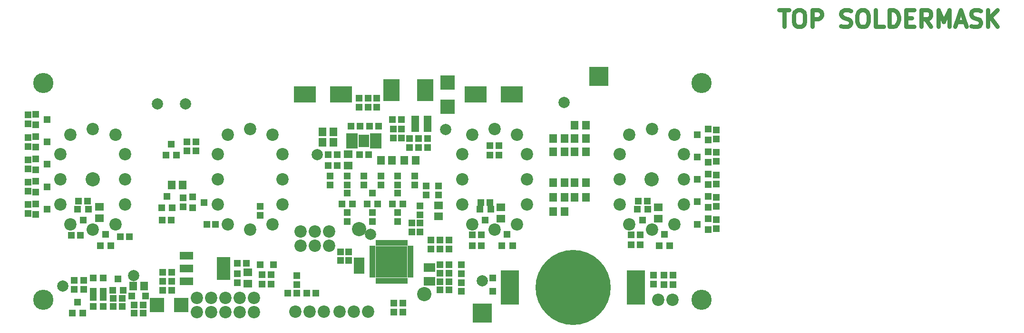
<source format=gbr>
G04 #@! TF.GenerationSoftware,KiCad,Pcbnew,(5.0.0)*
G04 #@! TF.CreationDate,2019-01-17T09:26:07-05:00*
G04 #@! TF.ProjectId,nixie_clock_3,6E697869655F636C6F636B5F332E6B69,rev?*
G04 #@! TF.SameCoordinates,PX3e8fa00PY66ce5c0*
G04 #@! TF.FileFunction,Soldermask,Top*
G04 #@! TF.FilePolarity,Negative*
%FSLAX46Y46*%
G04 Gerber Fmt 4.6, Leading zero omitted, Abs format (unit mm)*
G04 Created by KiCad (PCBNEW (5.0.0)) date 01/17/19 09:26:07*
%MOMM*%
%LPD*%
G01*
G04 APERTURE LIST*
%ADD10C,0.750000*%
%ADD11R,3.900000X2.900000*%
%ADD12R,1.300000X1.300000*%
%ADD13R,1.200100X1.200100*%
%ADD14C,2.200000*%
%ADD15R,1.650000X1.400000*%
%ADD16C,13.400000*%
%ADD17R,3.300000X6.200000*%
%ADD18R,1.400000X1.650000*%
%ADD19R,1.100000X0.650000*%
%ADD20R,0.650000X1.100000*%
%ADD21R,1.687500X1.687500*%
%ADD22R,2.900000X3.900000*%
%ADD23R,1.460000X1.050000*%
%ADD24C,2.000000*%
%ADD25R,2.432000X4.057600*%
%ADD26R,2.432000X1.416000*%
%ADD27R,2.000000X0.650000*%
%ADD28R,1.970000X2.280000*%
%ADD29C,3.600000*%
%ADD30R,2.100000X1.500000*%
%ADD31R,1.900000X1.000000*%
%ADD32R,1.900000X1.100000*%
%ADD33C,2.540000*%
%ADD34R,2.500000X2.500000*%
%ADD35R,3.400000X3.400000*%
G04 APERTURE END LIST*
D10*
X134928571Y55642858D02*
X136642857Y55642858D01*
X135785714Y52642858D02*
X135785714Y55642858D01*
X138214285Y55642858D02*
X138785714Y55642858D01*
X139071428Y55500000D01*
X139357142Y55214286D01*
X139500000Y54642858D01*
X139500000Y53642858D01*
X139357142Y53071429D01*
X139071428Y52785715D01*
X138785714Y52642858D01*
X138214285Y52642858D01*
X137928571Y52785715D01*
X137642857Y53071429D01*
X137500000Y53642858D01*
X137500000Y54642858D01*
X137642857Y55214286D01*
X137928571Y55500000D01*
X138214285Y55642858D01*
X140785714Y52642858D02*
X140785714Y55642858D01*
X141928571Y55642858D01*
X142214285Y55500000D01*
X142357142Y55357143D01*
X142500000Y55071429D01*
X142500000Y54642858D01*
X142357142Y54357143D01*
X142214285Y54214286D01*
X141928571Y54071429D01*
X140785714Y54071429D01*
X145928571Y52785715D02*
X146357142Y52642858D01*
X147071428Y52642858D01*
X147357142Y52785715D01*
X147500000Y52928572D01*
X147642857Y53214286D01*
X147642857Y53500000D01*
X147500000Y53785715D01*
X147357142Y53928572D01*
X147071428Y54071429D01*
X146500000Y54214286D01*
X146214285Y54357143D01*
X146071428Y54500000D01*
X145928571Y54785715D01*
X145928571Y55071429D01*
X146071428Y55357143D01*
X146214285Y55500000D01*
X146500000Y55642858D01*
X147214285Y55642858D01*
X147642857Y55500000D01*
X149500000Y55642858D02*
X150071428Y55642858D01*
X150357142Y55500000D01*
X150642857Y55214286D01*
X150785714Y54642858D01*
X150785714Y53642858D01*
X150642857Y53071429D01*
X150357142Y52785715D01*
X150071428Y52642858D01*
X149500000Y52642858D01*
X149214285Y52785715D01*
X148928571Y53071429D01*
X148785714Y53642858D01*
X148785714Y54642858D01*
X148928571Y55214286D01*
X149214285Y55500000D01*
X149500000Y55642858D01*
X153500000Y52642858D02*
X152071428Y52642858D01*
X152071428Y55642858D01*
X154500000Y52642858D02*
X154500000Y55642858D01*
X155214285Y55642858D01*
X155642857Y55500000D01*
X155928571Y55214286D01*
X156071428Y54928572D01*
X156214285Y54357143D01*
X156214285Y53928572D01*
X156071428Y53357143D01*
X155928571Y53071429D01*
X155642857Y52785715D01*
X155214285Y52642858D01*
X154500000Y52642858D01*
X157500000Y54214286D02*
X158500000Y54214286D01*
X158928571Y52642858D02*
X157500000Y52642858D01*
X157500000Y55642858D01*
X158928571Y55642858D01*
X161928571Y52642858D02*
X160928571Y54071429D01*
X160214285Y52642858D02*
X160214285Y55642858D01*
X161357142Y55642858D01*
X161642857Y55500000D01*
X161785714Y55357143D01*
X161928571Y55071429D01*
X161928571Y54642858D01*
X161785714Y54357143D01*
X161642857Y54214286D01*
X161357142Y54071429D01*
X160214285Y54071429D01*
X163214285Y52642858D02*
X163214285Y55642858D01*
X164214285Y53500000D01*
X165214285Y55642858D01*
X165214285Y52642858D01*
X166500000Y53500000D02*
X167928571Y53500000D01*
X166214285Y52642858D02*
X167214285Y55642858D01*
X168214285Y52642858D01*
X169071428Y52785715D02*
X169500000Y52642858D01*
X170214285Y52642858D01*
X170500000Y52785715D01*
X170642857Y52928572D01*
X170785714Y53214286D01*
X170785714Y53500000D01*
X170642857Y53785715D01*
X170500000Y53928572D01*
X170214285Y54071429D01*
X169642857Y54214286D01*
X169357142Y54357143D01*
X169214285Y54500000D01*
X169071428Y54785715D01*
X169071428Y55071429D01*
X169214285Y55357143D01*
X169357142Y55500000D01*
X169642857Y55642858D01*
X170357142Y55642858D01*
X170785714Y55500000D01*
X172071428Y52642858D02*
X172071428Y55642858D01*
X173785714Y52642858D02*
X172500000Y54357143D01*
X173785714Y55642858D02*
X172071428Y53928572D01*
D11*
G04 #@! TO.C,C20*
X56950000Y40600000D03*
X50450000Y40600000D03*
G04 #@! TD*
D12*
G04 #@! TO.C,C21*
X74500000Y10200000D03*
X76100000Y10200000D03*
G04 #@! TD*
G04 #@! TO.C,D12*
X83950000Y7800000D03*
X83950000Y5400000D03*
G04 #@! TD*
D13*
G04 #@! TO.C,Q3*
X9050000Y1499240D03*
X10950000Y1499240D03*
X10000000Y3498220D03*
G04 #@! TD*
D12*
G04 #@! TO.C,R7*
X12800000Y2700000D03*
X12800000Y4300000D03*
G04 #@! TD*
G04 #@! TO.C,R8*
X11100000Y7400000D03*
X11100000Y5800000D03*
G04 #@! TD*
G04 #@! TO.C,C6*
X9400000Y5800000D03*
X9400000Y7400000D03*
G04 #@! TD*
D14*
G04 #@! TO.C,CON1*
X52300000Y16070000D03*
X52300000Y13530000D03*
X49760000Y16070000D03*
X49760000Y13530000D03*
X54840000Y16070000D03*
X54840000Y13530000D03*
G04 #@! TD*
G04 #@! TO.C,NT1*
X7000000Y25400000D03*
X7000000Y29900000D03*
X8750000Y33400000D03*
X12750000Y34400000D03*
X16750000Y33400000D03*
X18500000Y29900000D03*
X18500000Y25400000D03*
X7000000Y20900000D03*
X18500000Y20900000D03*
X8750000Y17400000D03*
X16750000Y17400000D03*
X12750000Y16400000D03*
G04 #@! TD*
D12*
G04 #@! TO.C,R1*
X78300000Y7000000D03*
X78300000Y5400000D03*
G04 #@! TD*
D15*
G04 #@! TO.C,R57*
X85400000Y20400000D03*
X85400000Y18400000D03*
G04 #@! TD*
D13*
G04 #@! TO.C,Q25*
X111550000Y20100760D03*
X109650000Y20100760D03*
X110600000Y18101780D03*
G04 #@! TD*
D12*
G04 #@! TO.C,R64*
X109800000Y21500000D03*
X111400000Y21500000D03*
G04 #@! TD*
D16*
G04 #@! TO.C,BT1*
X98200000Y6100000D03*
D17*
X86950000Y6100000D03*
X109450000Y6100000D03*
G04 #@! TD*
D12*
G04 #@! TO.C,C1*
X58300000Y12500000D03*
X58300000Y10900000D03*
G04 #@! TD*
G04 #@! TO.C,C2*
X56800000Y12500000D03*
X56800000Y10900000D03*
G04 #@! TD*
G04 #@! TO.C,C3*
X74500000Y5650000D03*
X76100000Y5650000D03*
G04 #@! TD*
G04 #@! TO.C,C4*
X20100000Y3000000D03*
X21700000Y3000000D03*
G04 #@! TD*
G04 #@! TO.C,C5*
X14600000Y2700000D03*
X14600000Y4300000D03*
G04 #@! TD*
G04 #@! TO.C,C7*
X71000000Y16000000D03*
X71000000Y17600000D03*
G04 #@! TD*
G04 #@! TO.C,C8*
X76100000Y7150000D03*
X74500000Y7150000D03*
G04 #@! TD*
G04 #@! TO.C,C9*
X76100000Y8650000D03*
X74500000Y8650000D03*
G04 #@! TD*
G04 #@! TO.C,C10*
X72900000Y14600000D03*
X72900000Y13000000D03*
G04 #@! TD*
G04 #@! TO.C,C11*
X114400000Y8300000D03*
X116000000Y8300000D03*
G04 #@! TD*
G04 #@! TO.C,C12*
X26800000Y5600000D03*
X25200000Y5600000D03*
G04 #@! TD*
G04 #@! TO.C,C13*
X26800000Y7200000D03*
X25200000Y7200000D03*
G04 #@! TD*
G04 #@! TO.C,C14*
X38500000Y8600000D03*
X38500000Y7000000D03*
G04 #@! TD*
D15*
G04 #@! TO.C,C15*
X40300000Y8800000D03*
X40300000Y6800000D03*
G04 #@! TD*
G04 #@! TO.C,C16*
X58200000Y27900000D03*
X58200000Y29900000D03*
G04 #@! TD*
D12*
G04 #@! TO.C,C17*
X60300000Y34900000D03*
X58700000Y34900000D03*
G04 #@! TD*
D18*
G04 #@! TO.C,C18*
X53600000Y32000000D03*
X55600000Y32000000D03*
G04 #@! TD*
D12*
G04 #@! TO.C,C19*
X54600000Y29800000D03*
X56200000Y29800000D03*
G04 #@! TD*
G04 #@! TO.C,C22*
X60100000Y39900000D03*
X60100000Y38300000D03*
G04 #@! TD*
G04 #@! TO.C,C23*
X61700000Y39900000D03*
X61700000Y38300000D03*
G04 #@! TD*
G04 #@! TO.C,C24*
X69100000Y31100000D03*
X70700000Y31100000D03*
G04 #@! TD*
G04 #@! TO.C,C25*
X63300000Y39900000D03*
X63300000Y38300000D03*
G04 #@! TD*
G04 #@! TO.C,C26*
X63600000Y34900000D03*
X62000000Y34900000D03*
G04 #@! TD*
G04 #@! TO.C,C27*
X66200000Y32800000D03*
X66200000Y34400000D03*
G04 #@! TD*
G04 #@! TO.C,C29*
X69500000Y16000000D03*
X69500000Y17600000D03*
G04 #@! TD*
G04 #@! TO.C,D2*
X19700000Y4600000D03*
X22100000Y4600000D03*
G04 #@! TD*
G04 #@! TO.C,D3*
X14600000Y5400000D03*
X14600000Y7800000D03*
G04 #@! TD*
G04 #@! TO.C,D7*
X47400000Y5100000D03*
X49000000Y5100000D03*
G04 #@! TD*
G04 #@! TO.C,D8*
X72100000Y22600000D03*
X72100000Y24200000D03*
G04 #@! TD*
D19*
G04 #@! TO.C,IC1*
X62500000Y13200000D03*
X62500000Y12700000D03*
X62500000Y12200000D03*
X62500000Y11700000D03*
X62500000Y11200000D03*
X62500000Y10700000D03*
X62500000Y10200000D03*
X62500000Y9700000D03*
X62500000Y9200000D03*
X62500000Y8700000D03*
X62500000Y8200000D03*
D20*
X63400000Y7300000D03*
X63900000Y7300000D03*
X64400000Y7300000D03*
X64900000Y7300000D03*
X65400000Y7300000D03*
X65900000Y7300000D03*
X66400000Y7300000D03*
X66900000Y7300000D03*
X67400000Y7300000D03*
X67900000Y7300000D03*
X68400000Y7300000D03*
D19*
X69300000Y8200000D03*
X69300000Y8700000D03*
X69300000Y9200000D03*
X69300000Y9700000D03*
X69300000Y10200000D03*
X69300000Y10700000D03*
X69300000Y11200000D03*
X69300000Y11700000D03*
X69300000Y12200000D03*
X69300000Y12700000D03*
X69300000Y13200000D03*
D20*
X68400000Y14100000D03*
X67900000Y14100000D03*
X67400000Y14100000D03*
X66900000Y14100000D03*
X66400000Y14100000D03*
X65900000Y14100000D03*
X65400000Y14100000D03*
X64900000Y14100000D03*
X64400000Y14100000D03*
X63900000Y14100000D03*
X63400000Y14100000D03*
D21*
X67831250Y8768750D03*
X67831250Y10056250D03*
X67831250Y11343750D03*
X67831250Y12631250D03*
X66543750Y8768750D03*
X66543750Y10056250D03*
X66543750Y11343750D03*
X66543750Y12631250D03*
X65256250Y8768750D03*
X65256250Y10056250D03*
X65256250Y11343750D03*
X65256250Y12631250D03*
X63968750Y8768750D03*
X63968750Y10056250D03*
X63968750Y11343750D03*
X63968750Y12631250D03*
G04 #@! TD*
D12*
G04 #@! TO.C,L1*
X20100000Y1500000D03*
X21700000Y1500000D03*
G04 #@! TD*
G04 #@! TO.C,L2*
X26800000Y8800000D03*
X25200000Y8800000D03*
G04 #@! TD*
G04 #@! TO.C,L3*
X40100000Y10400000D03*
X38500000Y10400000D03*
G04 #@! TD*
D22*
G04 #@! TO.C,L4*
X71900000Y41300000D03*
X65900000Y41300000D03*
G04 #@! TD*
D14*
G04 #@! TO.C,NT2*
X35000000Y25400000D03*
X35000000Y29900000D03*
X36750000Y33400000D03*
X40750000Y34400000D03*
X44750000Y33400000D03*
X46500000Y29900000D03*
X46500000Y25400000D03*
X35000000Y20900000D03*
X46500000Y20900000D03*
X36750000Y17400000D03*
X44750000Y17400000D03*
X40750000Y16400000D03*
G04 #@! TD*
G04 #@! TO.C,NT3*
X78500000Y25400000D03*
X78500000Y29900000D03*
X80250000Y33400000D03*
X84250000Y34400000D03*
X88250000Y33400000D03*
X90000000Y29900000D03*
X90000000Y25400000D03*
X78500000Y20900000D03*
X90000000Y20900000D03*
X80250000Y17400000D03*
X88250000Y17400000D03*
X84250000Y16400000D03*
G04 #@! TD*
G04 #@! TO.C,NT4*
X106500000Y25400000D03*
X106500000Y29900000D03*
X108250000Y33400000D03*
X112250000Y34400000D03*
X116250000Y33400000D03*
X118000000Y29900000D03*
X118000000Y25400000D03*
X106500000Y20900000D03*
X118000000Y20900000D03*
X108250000Y17400000D03*
X116250000Y17400000D03*
X112250000Y16400000D03*
G04 #@! TD*
G04 #@! TO.C,P2*
X56660000Y1800000D03*
X61740000Y1800000D03*
X59200000Y1800000D03*
G04 #@! TD*
G04 #@! TO.C,P3*
X51300000Y1800000D03*
X53840000Y1800000D03*
X48760000Y1800000D03*
G04 #@! TD*
D13*
G04 #@! TO.C,Q1*
X16250000Y5599240D03*
X18150000Y5599240D03*
X17200000Y7598220D03*
G04 #@! TD*
G04 #@! TO.C,Q2*
X57050000Y20999240D03*
X58950000Y20999240D03*
X58000000Y22998220D03*
G04 #@! TD*
G04 #@! TO.C,Q4*
X61550000Y20999240D03*
X63450000Y20999240D03*
X62500000Y22998220D03*
G04 #@! TD*
G04 #@! TO.C,Q5*
X25750000Y29699240D03*
X27650000Y29699240D03*
X26700000Y31698220D03*
G04 #@! TD*
G04 #@! TO.C,Q6*
X66050000Y20999240D03*
X67950000Y20999240D03*
X67000000Y22998220D03*
G04 #@! TD*
G04 #@! TO.C,Q7*
X14050000Y13599240D03*
X15950000Y13599240D03*
X15000000Y15598220D03*
G04 #@! TD*
G04 #@! TO.C,Q8*
X11950000Y20100760D03*
X10050000Y20100760D03*
X11000000Y18101780D03*
G04 #@! TD*
G04 #@! TO.C,Q9*
X2599240Y21050000D03*
X2599240Y19150000D03*
X4598220Y20100000D03*
G04 #@! TD*
G04 #@! TO.C,Q10*
X122300760Y16450000D03*
X122300760Y18350000D03*
X120301780Y17400000D03*
G04 #@! TD*
G04 #@! TO.C,Q11*
X122300760Y20450000D03*
X122300760Y22350000D03*
X120301780Y21400000D03*
G04 #@! TD*
G04 #@! TO.C,Q12*
X122300760Y24450000D03*
X122300760Y26350000D03*
X120301780Y25400000D03*
G04 #@! TD*
G04 #@! TO.C,Q13*
X25000000Y20349240D03*
X26900000Y20349240D03*
X25950000Y22348220D03*
G04 #@! TD*
G04 #@! TO.C,Q14*
X30499240Y22250000D03*
X30499240Y20350000D03*
X32498220Y21300000D03*
G04 #@! TD*
G04 #@! TO.C,Q15*
X122300760Y28450000D03*
X122300760Y30350000D03*
X120301780Y29400000D03*
G04 #@! TD*
G04 #@! TO.C,Q16*
X122300760Y32450000D03*
X122300760Y34350000D03*
X120301780Y33400000D03*
G04 #@! TD*
G04 #@! TO.C,Q17*
X2599240Y37050000D03*
X2599240Y35150000D03*
X4598220Y36100000D03*
G04 #@! TD*
G04 #@! TO.C,Q18*
X2599240Y33050000D03*
X2599240Y31150000D03*
X4598220Y32100000D03*
G04 #@! TD*
G04 #@! TO.C,Q19*
X85550000Y13599240D03*
X87450000Y13599240D03*
X86500000Y15598220D03*
G04 #@! TD*
G04 #@! TO.C,Q20*
X2599240Y29050000D03*
X2599240Y27150000D03*
X4598220Y28100000D03*
G04 #@! TD*
G04 #@! TO.C,Q21*
X2599240Y25050000D03*
X2599240Y23150000D03*
X4598220Y24100000D03*
G04 #@! TD*
G04 #@! TO.C,Q22*
X83550000Y20100760D03*
X81650000Y20100760D03*
X82600000Y18101780D03*
G04 #@! TD*
D23*
G04 #@! TO.C,Q23*
X70100000Y36250000D03*
X70100000Y35300000D03*
X70100000Y34350000D03*
X72300000Y34350000D03*
X72300000Y36250000D03*
X72300000Y35300000D03*
G04 #@! TD*
D13*
G04 #@! TO.C,Q24*
X113550000Y13599240D03*
X115450000Y13599240D03*
X114500000Y15598220D03*
G04 #@! TD*
D12*
G04 #@! TO.C,R2*
X78300000Y8600000D03*
X78300000Y10200000D03*
G04 #@! TD*
G04 #@! TO.C,R3*
X16400000Y2700000D03*
X18000000Y2700000D03*
G04 #@! TD*
G04 #@! TO.C,R4*
X16400000Y4200000D03*
X18000000Y4200000D03*
G04 #@! TD*
G04 #@! TO.C,R5*
X58000000Y19500000D03*
X58000000Y17900000D03*
G04 #@! TD*
D18*
G04 #@! TO.C,R6*
X19900000Y6400000D03*
X21900000Y6400000D03*
G04 #@! TD*
D12*
G04 #@! TO.C,R9*
X55000000Y26000000D03*
X55000000Y24400000D03*
G04 #@! TD*
G04 #@! TO.C,R10*
X49000000Y6600000D03*
X49000000Y8200000D03*
G04 #@! TD*
G04 #@! TO.C,R11*
X74300000Y22600000D03*
X74300000Y24200000D03*
G04 #@! TD*
G04 #@! TO.C,R12*
X62500000Y19500000D03*
X62500000Y17900000D03*
G04 #@! TD*
G04 #@! TO.C,R13*
X61000000Y26000000D03*
X61000000Y24400000D03*
G04 #@! TD*
G04 #@! TO.C,R14*
X66300000Y3300000D03*
X66300000Y1700000D03*
G04 #@! TD*
G04 #@! TO.C,R15*
X76100000Y13000000D03*
X76100000Y14600000D03*
G04 #@! TD*
G04 #@! TO.C,R16*
X74500000Y14600000D03*
X74500000Y13000000D03*
G04 #@! TD*
G04 #@! TO.C,R17*
X67000000Y26000000D03*
X67000000Y24400000D03*
G04 #@! TD*
G04 #@! TO.C,R18*
X83400000Y31400000D03*
X85000000Y31400000D03*
G04 #@! TD*
G04 #@! TO.C,R19*
X83400000Y29700000D03*
X85000000Y29700000D03*
G04 #@! TD*
G04 #@! TO.C,R20*
X67900000Y3300000D03*
X67900000Y1700000D03*
G04 #@! TD*
G04 #@! TO.C,R21*
X31100000Y30500000D03*
X29500000Y30500000D03*
G04 #@! TD*
G04 #@! TO.C,R22*
X58000000Y26000000D03*
X58000000Y24400000D03*
G04 #@! TD*
G04 #@! TO.C,R23*
X112500000Y8300000D03*
X112500000Y6700000D03*
G04 #@! TD*
G04 #@! TO.C,R24*
X116000000Y6600000D03*
X114400000Y6600000D03*
G04 #@! TD*
G04 #@! TO.C,R25*
X64000000Y26000000D03*
X64000000Y24400000D03*
G04 #@! TD*
G04 #@! TO.C,R26*
X67000000Y19500000D03*
X67000000Y17900000D03*
G04 #@! TD*
G04 #@! TO.C,R27*
X70000000Y26000000D03*
X70000000Y24400000D03*
G04 #@! TD*
G04 #@! TO.C,R28*
X29500000Y32100000D03*
X31100000Y32100000D03*
G04 #@! TD*
G04 #@! TO.C,R29*
X17600000Y15200000D03*
X19200000Y15200000D03*
G04 #@! TD*
G04 #@! TO.C,R30*
X42900000Y8400000D03*
X44500000Y8400000D03*
G04 #@! TD*
G04 #@! TO.C,R31*
X44500000Y6700000D03*
X42900000Y6700000D03*
G04 #@! TD*
G04 #@! TO.C,R32*
X10200000Y21500000D03*
X11800000Y21500000D03*
G04 #@! TD*
D15*
G04 #@! TO.C,R33*
X13900000Y20500000D03*
X13900000Y18500000D03*
G04 #@! TD*
D12*
G04 #@! TO.C,R34*
X1200000Y20900000D03*
X1200000Y19300000D03*
G04 #@! TD*
G04 #@! TO.C,R35*
X123700000Y18200000D03*
X123700000Y16600000D03*
G04 #@! TD*
G04 #@! TO.C,R36*
X123700000Y22200000D03*
X123700000Y20600000D03*
G04 #@! TD*
G04 #@! TO.C,R37*
X123700000Y26200000D03*
X123700000Y24600000D03*
G04 #@! TD*
G04 #@! TO.C,R38*
X10500000Y15400000D03*
X8900000Y15400000D03*
G04 #@! TD*
G04 #@! TO.C,R39*
X25100000Y18100000D03*
X26700000Y18100000D03*
G04 #@! TD*
G04 #@! TO.C,R40*
X42500000Y19000000D03*
X42500000Y20600000D03*
G04 #@! TD*
G04 #@! TO.C,R41*
X61800000Y29800000D03*
X60200000Y29800000D03*
G04 #@! TD*
G04 #@! TO.C,R42*
X123700000Y30200000D03*
X123700000Y28600000D03*
G04 #@! TD*
G04 #@! TO.C,R43*
X123700000Y34200000D03*
X123700000Y32600000D03*
G04 #@! TD*
G04 #@! TO.C,R44*
X1200000Y36900000D03*
X1200000Y35300000D03*
G04 #@! TD*
G04 #@! TO.C,R45*
X1200000Y32900000D03*
X1200000Y31300000D03*
G04 #@! TD*
G04 #@! TO.C,R46*
X56200000Y27900000D03*
X54600000Y27900000D03*
G04 #@! TD*
G04 #@! TO.C,R47*
X28800000Y20500000D03*
X28800000Y22100000D03*
G04 #@! TD*
D18*
G04 #@! TO.C,R48*
X28750000Y24400000D03*
X26750000Y24400000D03*
G04 #@! TD*
D12*
G04 #@! TO.C,R49*
X33000000Y17400000D03*
X34600000Y17400000D03*
G04 #@! TD*
D18*
G04 #@! TO.C,R50*
X55600000Y33900000D03*
X53600000Y33900000D03*
G04 #@! TD*
G04 #@! TO.C,R51*
X64000000Y28800000D03*
X66000000Y28800000D03*
G04 #@! TD*
G04 #@! TO.C,R52*
X68200000Y28800000D03*
X70200000Y28800000D03*
G04 #@! TD*
D12*
G04 #@! TO.C,R53*
X81900000Y13600000D03*
X80300000Y13600000D03*
G04 #@! TD*
G04 #@! TO.C,R54*
X1200000Y28900000D03*
X1200000Y27300000D03*
G04 #@! TD*
G04 #@! TO.C,R55*
X1200000Y24900000D03*
X1200000Y23300000D03*
G04 #@! TD*
G04 #@! TO.C,R56*
X81800000Y21300000D03*
X83400000Y21300000D03*
G04 #@! TD*
G04 #@! TO.C,R58*
X81900000Y15500000D03*
X80300000Y15500000D03*
G04 #@! TD*
G04 #@! TO.C,R59*
X67700000Y34400000D03*
X67700000Y32800000D03*
G04 #@! TD*
G04 #@! TO.C,R60*
X70700000Y32700000D03*
X69100000Y32700000D03*
G04 #@! TD*
G04 #@! TO.C,R61*
X67700000Y36100000D03*
X66100000Y36100000D03*
G04 #@! TD*
G04 #@! TO.C,R62*
X110200000Y13700000D03*
X108600000Y13700000D03*
G04 #@! TD*
G04 #@! TO.C,R63*
X72300000Y31100000D03*
X72300000Y32700000D03*
G04 #@! TD*
D15*
G04 #@! TO.C,R65*
X113400000Y20400000D03*
X113400000Y18400000D03*
G04 #@! TD*
G04 #@! TO.C,R66*
X74300000Y18800000D03*
X74300000Y20800000D03*
G04 #@! TD*
D12*
G04 #@! TO.C,R67*
X71000000Y20700000D03*
X71000000Y19100000D03*
G04 #@! TD*
G04 #@! TO.C,R68*
X110200000Y15500000D03*
X108600000Y15500000D03*
G04 #@! TD*
D24*
G04 #@! TO.C,U1*
X29200000Y38900000D03*
X24200000Y38900000D03*
G04 #@! TD*
D25*
G04 #@! TO.C,U2*
X36002000Y9500000D03*
D26*
X29398000Y9500000D03*
X29398000Y7214000D03*
X29398000Y11786000D03*
G04 #@! TD*
D27*
G04 #@! TO.C,U3*
X58900000Y33300000D03*
X58900000Y32800000D03*
X58900000Y32300000D03*
X58900000Y31800000D03*
X58900000Y31300000D03*
X63100000Y31300000D03*
X63100000Y31800000D03*
X63100000Y32300000D03*
X63100000Y32800000D03*
X63100000Y33300000D03*
D28*
X61000000Y32300000D03*
G04 #@! TD*
D29*
G04 #@! TO.C,X2*
X3900000Y42600000D03*
G04 #@! TD*
G04 #@! TO.C,X3*
X121100000Y3900000D03*
G04 #@! TD*
G04 #@! TO.C,X4*
X121100000Y42600000D03*
G04 #@! TD*
G04 #@! TO.C,X5*
X3900000Y3900000D03*
G04 #@! TD*
D30*
G04 #@! TO.C,Y1*
X72700000Y7200000D03*
X72700000Y9700000D03*
G04 #@! TD*
D31*
G04 #@! TO.C,X1*
X60100000Y10000000D03*
D32*
X60100000Y9050000D03*
X60100000Y10950000D03*
G04 #@! TD*
D33*
G04 #@! TO.C,F3*
X60100000Y16500000D03*
G04 #@! TD*
G04 #@! TO.C,F4*
X71700000Y4900000D03*
G04 #@! TD*
G04 #@! TO.C,F5*
X12750000Y25400000D03*
G04 #@! TD*
G04 #@! TO.C,F6*
X112200000Y25400000D03*
G04 #@! TD*
D14*
G04 #@! TO.C,P1*
X36300000Y4270000D03*
X36300000Y1730000D03*
X33760000Y4270000D03*
X33760000Y1730000D03*
X31220000Y4270000D03*
X31220000Y1730000D03*
X38840000Y4270000D03*
X38840000Y1730000D03*
X41380000Y4270000D03*
X41380000Y1730000D03*
G04 #@! TD*
D18*
G04 #@! TO.C,R69*
X100500000Y22200000D03*
X98500000Y22200000D03*
G04 #@! TD*
G04 #@! TO.C,R70*
X94700000Y19700000D03*
X96700000Y19700000D03*
G04 #@! TD*
G04 #@! TO.C,R71*
X94700000Y22200000D03*
X96700000Y22200000D03*
G04 #@! TD*
G04 #@! TO.C,R72*
X94700000Y24800000D03*
X96700000Y24800000D03*
G04 #@! TD*
G04 #@! TO.C,R73*
X94700000Y30300000D03*
X96700000Y30300000D03*
G04 #@! TD*
G04 #@! TO.C,R74*
X94700000Y32700000D03*
X96700000Y32700000D03*
G04 #@! TD*
G04 #@! TO.C,R75*
X100500000Y35100000D03*
X98500000Y35100000D03*
G04 #@! TD*
G04 #@! TO.C,R76*
X100500000Y32700000D03*
X98500000Y32700000D03*
G04 #@! TD*
G04 #@! TO.C,R77*
X100500000Y24800000D03*
X98500000Y24800000D03*
G04 #@! TD*
G04 #@! TO.C,R78*
X100500000Y30300000D03*
X98500000Y30300000D03*
G04 #@! TD*
D34*
G04 #@! TO.C,D1*
X28450000Y3000000D03*
X24150000Y3000000D03*
G04 #@! TD*
G04 #@! TO.C,D13*
X75900000Y42650000D03*
X75900000Y38350000D03*
G04 #@! TD*
D14*
G04 #@! TO.C,P4*
X115970000Y3900000D03*
X113430000Y3900000D03*
G04 #@! TD*
D24*
G04 #@! TO.C,tp5*
X20000000Y8200000D03*
G04 #@! TD*
G04 #@! TO.C,tp6*
X7400000Y6350000D03*
G04 #@! TD*
G04 #@! TO.C,tp7*
X82100000Y7300000D03*
G04 #@! TD*
G04 #@! TO.C,tp8*
X52700000Y29800000D03*
G04 #@! TD*
G04 #@! TO.C,tp9*
X75500000Y34300000D03*
G04 #@! TD*
G04 #@! TO.C,tp10*
X96650000Y39125000D03*
G04 #@! TD*
D12*
G04 #@! TO.C,D4*
X12800000Y7800000D03*
X12800000Y5400000D03*
G04 #@! TD*
G04 #@! TO.C,D11*
X44900000Y10200000D03*
X42500000Y10200000D03*
G04 #@! TD*
D24*
G04 #@! TO.C,tp11*
X62200000Y15600000D03*
G04 #@! TD*
D35*
G04 #@! TO.C,tp1*
X82100000Y1500000D03*
G04 #@! TD*
G04 #@! TO.C,tp3*
X102800000Y43800000D03*
G04 #@! TD*
D11*
G04 #@! TO.C,C28*
X80850000Y40600000D03*
X87350000Y40600000D03*
G04 #@! TD*
D12*
G04 #@! TO.C,R79*
X52400000Y5100000D03*
X50800000Y5100000D03*
G04 #@! TD*
M02*

</source>
